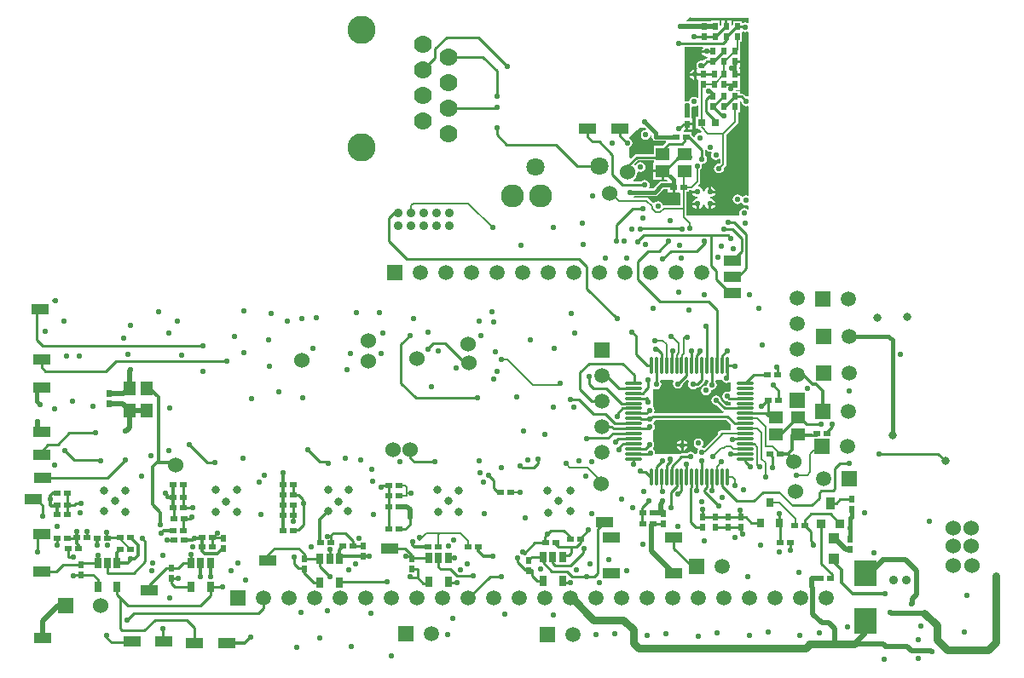
<source format=gbl>
%FSLAX24Y24*%
%MOIN*%
G70*
G01*
G75*
G04 Layer_Physical_Order=6*
G04 Layer_Color=48896*
%ADD10R,0.0250X0.0200*%
%ADD11R,0.0362X0.0984*%
%ADD12R,0.0276X0.0394*%
%ADD13R,0.0689X0.1181*%
%ADD14R,0.0984X0.0866*%
%ADD15R,0.0200X0.0250*%
%ADD16R,0.0276X0.0394*%
%ADD17R,0.0315X0.0315*%
%ADD18R,0.0669X0.0492*%
%ADD19R,0.0300X0.0300*%
%ADD20R,0.0906X0.0906*%
%ADD21R,0.0600X0.0600*%
%ADD22R,0.0472X0.0354*%
%ADD23R,0.0472X0.0354*%
%ADD24R,0.0315X0.0315*%
%ADD25R,0.0236X0.0472*%
%ADD26O,0.0315X0.0098*%
%ADD27O,0.0098X0.0315*%
%ADD28O,0.0276X0.0098*%
%ADD29O,0.0098X0.0276*%
%ADD30R,0.1299X0.1299*%
%ADD31R,0.0750X0.0400*%
%ADD32R,0.1358X0.1358*%
%ADD33O,0.0984X0.0276*%
%ADD34C,0.0120*%
%ADD35C,0.0100*%
%ADD36C,0.0080*%
%ADD37C,0.0150*%
%ADD38C,0.0300*%
%ADD39C,0.0200*%
%ADD40C,0.0276*%
%ADD41C,0.0600*%
%ADD42C,0.0220*%
%ADD43C,0.0350*%
%ADD44C,0.0700*%
%ADD45C,0.1100*%
%ADD46R,0.0591X0.0591*%
%ADD47C,0.0591*%
%ADD48C,0.0320*%
%ADD49C,0.0354*%
%ADD50R,0.0591X0.0591*%
%ADD51R,0.0600X0.0600*%
%ADD52C,0.0710*%
%ADD53C,0.0900*%
%ADD54C,0.0400*%
G04:AMPARAMS|DCode=55|XSize=42mil|YSize=42mil|CornerRadius=0mil|HoleSize=0mil|Usage=FLASHONLY|Rotation=0.000|XOffset=0mil|YOffset=0mil|HoleType=Round|Shape=Relief|Width=5mil|Gap=5mil|Entries=4|*
%AMTHD55*
7,0,0,0.0420,0.0320,0.0050,45*
%
%ADD55THD55*%
%ADD56C,0.0420*%
%ADD57C,0.0500*%
%ADD58C,0.1400*%
%ADD59C,0.0654*%
%ADD60C,0.0497*%
G04:AMPARAMS|DCode=61|XSize=49.685mil|YSize=49.685mil|CornerRadius=0mil|HoleSize=0mil|Usage=FLASHONLY|Rotation=0.000|XOffset=0mil|YOffset=0mil|HoleType=Round|Shape=Relief|Width=5mil|Gap=5mil|Entries=4|*
%AMTHD61*
7,0,0,0.0497,0.0397,0.0050,45*
%
%ADD61THD61*%
G04:AMPARAMS|DCode=62|XSize=65.433mil|YSize=65.433mil|CornerRadius=0mil|HoleSize=0mil|Usage=FLASHONLY|Rotation=0.000|XOffset=0mil|YOffset=0mil|HoleType=Round|Shape=Relief|Width=5mil|Gap=5mil|Entries=4|*
%AMTHD62*
7,0,0,0.0654,0.0554,0.0050,45*
%
%ADD62THD62*%
G04:AMPARAMS|DCode=63|XSize=60mil|YSize=60mil|CornerRadius=0mil|HoleSize=0mil|Usage=FLASHONLY|Rotation=0.000|XOffset=0mil|YOffset=0mil|HoleType=Round|Shape=Relief|Width=5mil|Gap=5mil|Entries=4|*
%AMTHD63*
7,0,0,0.0600,0.0500,0.0050,45*
%
%ADD63THD63*%
%ADD64C,0.0770*%
%ADD65C,0.0480*%
%ADD66C,0.0090*%
G04:AMPARAMS|DCode=67|XSize=50mil|YSize=50mil|CornerRadius=0mil|HoleSize=0mil|Usage=FLASHONLY|Rotation=0.000|XOffset=0mil|YOffset=0mil|HoleType=Round|Shape=Relief|Width=5mil|Gap=5mil|Entries=4|*
%AMTHD67*
7,0,0,0.0500,0.0400,0.0050,45*
%
%ADD67THD67*%
G04:AMPARAMS|DCode=68|XSize=48mil|YSize=48mil|CornerRadius=0mil|HoleSize=0mil|Usage=FLASHONLY|Rotation=0.000|XOffset=0mil|YOffset=0mil|HoleType=Round|Shape=Relief|Width=5mil|Gap=5mil|Entries=4|*
%AMTHD68*
7,0,0,0.0480,0.0380,0.0050,45*
%
%ADD68THD68*%
%ADD69R,0.0709X0.0394*%
%ADD70R,0.0472X0.0551*%
%ADD71R,0.0394X0.0394*%
%ADD72R,0.0866X0.0984*%
%ADD73R,0.0551X0.0472*%
%ADD74O,0.0709X0.0118*%
%ADD75O,0.0118X0.0709*%
%ADD76R,0.0360X0.0360*%
%ADD77R,0.0360X0.0500*%
%ADD78R,0.0315X0.0354*%
%ADD79R,0.0300X0.0300*%
%ADD80R,0.0709X0.0433*%
G36*
X25395Y20037D02*
D01*
Y20037D01*
X25376Y20018D01*
X25373D01*
Y19732D01*
X25749D01*
Y19682D01*
X25799D01*
Y19345D01*
X25917D01*
X25944Y19304D01*
X25937Y19286D01*
X25716D01*
X25716Y19286D01*
X25656Y19274D01*
X25606Y19240D01*
X25606Y19240D01*
X25377Y19011D01*
X25231D01*
X25207Y19055D01*
X25218Y19072D01*
X25233Y19145D01*
X25218Y19219D01*
X25177Y19281D01*
X25115Y19322D01*
X25041Y19337D01*
X24968Y19322D01*
X24906Y19281D01*
X24902Y19276D01*
X24601D01*
X24585Y19323D01*
X24641Y19366D01*
X24701Y19445D01*
X24740Y19537D01*
X24753Y19635D01*
X24751Y19649D01*
X24793Y19676D01*
X24809Y19665D01*
X24882Y19651D01*
X24955Y19665D01*
X25017Y19707D01*
X25059Y19769D01*
X25074Y19843D01*
X25059Y19916D01*
X25017Y19978D01*
X24955Y20020D01*
X24882Y20034D01*
X24809Y20020D01*
X24746Y19978D01*
X24705Y19916D01*
X24702Y19900D01*
X24678Y19895D01*
X24638Y19925D01*
X24636Y19956D01*
X24775Y20095D01*
X25395D01*
Y20037D01*
D02*
G37*
G36*
X25087Y21331D02*
X25079Y21291D01*
X25006Y21276D01*
X24944Y21234D01*
X24902Y21172D01*
X24888Y21099D01*
X24902Y21026D01*
X24944Y20963D01*
X25006Y20922D01*
X25079Y20907D01*
X25153Y20922D01*
X25215Y20963D01*
X25256Y21026D01*
X25267Y21077D01*
X25316Y21072D01*
Y21020D01*
X25328Y20960D01*
X25362Y20910D01*
X25413Y20876D01*
X25472Y20864D01*
X25855D01*
X25874Y20818D01*
X25721Y20665D01*
X25395D01*
Y20356D01*
X24721D01*
X24671Y20346D01*
X24629Y20318D01*
X24495Y20184D01*
X24449Y20203D01*
Y20614D01*
X24506Y20652D01*
X24547Y20714D01*
X24562Y20787D01*
X24547Y20861D01*
X24506Y20923D01*
X24449Y20961D01*
Y21020D01*
X24731Y21267D01*
X24849Y21369D01*
X25056D01*
X25087Y21331D01*
D02*
G37*
G36*
X28386Y9787D02*
Y9530D01*
X28026D01*
X27979Y9521D01*
X27940Y9495D01*
X27914Y9456D01*
X27905Y9410D01*
X27911Y9380D01*
X27364Y8834D01*
X27357Y8838D01*
X27314Y8847D01*
X27284Y8891D01*
X27282Y8896D01*
X27323Y8957D01*
X27338Y9030D01*
X27323Y9104D01*
X27282Y9166D01*
X27220Y9207D01*
X27146Y9222D01*
X27073Y9207D01*
X27011Y9166D01*
X26969Y9104D01*
X26955Y9030D01*
X26969Y8957D01*
X27011Y8895D01*
X27073Y8853D01*
X27116Y8845D01*
X27145Y8801D01*
X27147Y8796D01*
X27106Y8735D01*
X27092Y8661D01*
X27092Y8661D01*
X27060Y8622D01*
X26969D01*
X26957Y8641D01*
X26895Y8682D01*
X26821Y8697D01*
X26748Y8682D01*
X26686Y8641D01*
X26682Y8636D01*
X26471D01*
X26421Y8626D01*
X26416Y8622D01*
X25470D01*
X25443Y8655D01*
X25428Y8729D01*
X25387Y8791D01*
X25373Y8800D01*
X25363Y8849D01*
X25398Y8902D01*
X25413Y8975D01*
X25398Y9049D01*
X25357Y9111D01*
X25354Y9112D01*
Y9515D01*
X25377Y9530D01*
X25418Y9592D01*
X25433Y9665D01*
X25418Y9739D01*
X25377Y9801D01*
X25393Y9824D01*
X25393Y9824D01*
X25439Y9893D01*
X25452Y9959D01*
X28214D01*
X28386Y9787D01*
D02*
G37*
G36*
X28106Y11440D02*
X28168Y11398D01*
X28241Y11384D01*
X28315Y11398D01*
X28342Y11416D01*
X28386Y11393D01*
Y11064D01*
X28345Y11042D01*
X28271Y11057D01*
X28198Y11042D01*
X28136Y11001D01*
X28094Y10939D01*
X28080Y10865D01*
X28094Y10792D01*
X28136Y10730D01*
X28198Y10688D01*
X28271Y10674D01*
X28285Y10676D01*
X28299Y10667D01*
X28349Y10657D01*
X28386D01*
Y10524D01*
X28207D01*
X28022Y10709D01*
X28023Y10715D01*
X28008Y10789D01*
X27967Y10851D01*
X27905Y10892D01*
X27831Y10907D01*
X27758Y10892D01*
X27696Y10851D01*
X27654Y10789D01*
X27640Y10715D01*
X27654Y10642D01*
X27696Y10580D01*
X27758Y10538D01*
X27831Y10524D01*
X27837Y10525D01*
X28060Y10302D01*
X28103Y10273D01*
X28120Y10270D01*
X28115Y10220D01*
X25441D01*
X25410Y10259D01*
X25423Y10325D01*
X25408Y10399D01*
X25367Y10461D01*
X25354Y10469D01*
Y11151D01*
X25398Y11175D01*
X25423Y11158D01*
X25497Y11144D01*
X25570Y11158D01*
X25632Y11200D01*
X25674Y11262D01*
X25688Y11335D01*
X25674Y11409D01*
X25645Y11452D01*
X25668Y11496D01*
X26146D01*
X26170Y11452D01*
X26154Y11429D01*
X26140Y11355D01*
X26154Y11282D01*
X26196Y11220D01*
X26258Y11178D01*
X26331Y11164D01*
X26405Y11178D01*
X26467Y11220D01*
X26508Y11282D01*
X26522Y11352D01*
X26667Y11496D01*
X26750D01*
X26773Y11452D01*
X26744Y11409D01*
X26730Y11335D01*
X26744Y11262D01*
X26786Y11200D01*
X26848Y11158D01*
X26921Y11144D01*
X26995Y11158D01*
X27057Y11200D01*
X27060Y11205D01*
X27091D01*
X27141Y11215D01*
X27184Y11243D01*
X27364Y11423D01*
X27392Y11465D01*
X27398Y11496D01*
X27495D01*
X27526Y11451D01*
X27484Y11389D01*
X27470Y11315D01*
X27441Y11287D01*
X27368Y11272D01*
X27306Y11231D01*
X27264Y11169D01*
X27250Y11095D01*
X27264Y11022D01*
X27306Y10960D01*
X27368Y10918D01*
X27441Y10904D01*
X27515Y10918D01*
X27577Y10960D01*
X27618Y11022D01*
X27633Y11095D01*
X27661Y11124D01*
X27735Y11138D01*
X27797Y11180D01*
X27838Y11242D01*
X27853Y11315D01*
X27838Y11389D01*
X27797Y11451D01*
X27827Y11496D01*
X28068D01*
X28106Y11440D01*
D02*
G37*
G36*
X26221Y18855D02*
X26396D01*
Y18855D01*
X26407D01*
X26442Y18820D01*
Y18346D01*
X25792D01*
X25772Y18342D01*
X25730Y18369D01*
X25728Y18380D01*
X25687Y18443D01*
X25625Y18484D01*
X25551Y18499D01*
X25478Y18484D01*
X25416Y18443D01*
X25413Y18438D01*
X25363Y18434D01*
X25186Y18610D01*
X25147Y18636D01*
X25140Y18638D01*
X25101Y18646D01*
X24602D01*
X24597Y18659D01*
X24627Y18699D01*
X25441D01*
X25441Y18699D01*
X25501Y18711D01*
X25552Y18745D01*
X25781Y18974D01*
X25946D01*
Y18855D01*
X26121D01*
Y19055D01*
X26221D01*
Y18855D01*
D02*
G37*
G36*
X28824Y22342D02*
X28866Y22280D01*
X28928Y22238D01*
X29001Y22224D01*
X29073Y22238D01*
X29111Y22206D01*
Y18744D01*
X29073Y18713D01*
X29001Y18727D01*
X28928Y18712D01*
X28866Y18671D01*
X28821Y18701D01*
X28810Y18716D01*
X28748Y18758D01*
X28675Y18772D01*
X28602Y18758D01*
X28539Y18716D01*
X28498Y18654D01*
X28483Y18581D01*
X28498Y18507D01*
X28539Y18445D01*
X28602Y18404D01*
X28675Y18389D01*
X28748Y18404D01*
X28810Y18445D01*
X28856Y18415D01*
X28866Y18400D01*
X28928Y18358D01*
X29001Y18344D01*
X29073Y18358D01*
X29111Y18326D01*
Y18175D01*
X29064Y18161D01*
X29057Y18171D01*
X28995Y18212D01*
X28921Y18227D01*
X28848Y18212D01*
X28786Y18171D01*
X28744Y18109D01*
X28730Y18035D01*
X28738Y17991D01*
X28707Y17953D01*
X26683D01*
Y18225D01*
Y18877D01*
X26774D01*
Y18931D01*
X26871D01*
X26877Y18924D01*
X27113D01*
Y18824D01*
X26909D01*
X26916Y18792D01*
X26962Y18723D01*
X27032Y18676D01*
X27099Y18663D01*
Y18613D01*
X27032Y18599D01*
X26962Y18553D01*
X26916Y18484D01*
X26909Y18452D01*
X27113D01*
Y18402D01*
X27163D01*
Y18197D01*
X27195Y18204D01*
X27265Y18250D01*
X27311Y18320D01*
X27325Y18387D01*
X27375D01*
X27388Y18320D01*
X27434Y18250D01*
X27504Y18204D01*
X27536Y18197D01*
Y18402D01*
X27586D01*
Y18452D01*
X27790D01*
X27784Y18484D01*
X27737Y18553D01*
X27668Y18599D01*
X27600Y18613D01*
Y18663D01*
X27668Y18676D01*
X27737Y18723D01*
X27784Y18792D01*
X27790Y18824D01*
X27586D01*
Y18874D01*
X27536D01*
Y19078D01*
X27504Y19072D01*
X27434Y19025D01*
X27388Y18956D01*
X27375Y18889D01*
X27325D01*
X27311Y18956D01*
X27265Y19025D01*
X27195Y19072D01*
X27141Y19083D01*
X27127Y19131D01*
X27176Y19180D01*
X27202Y19219D01*
X27204Y19227D01*
X27212Y19265D01*
Y19740D01*
X27227Y19750D01*
X27268Y19812D01*
X27283Y19885D01*
X27275Y19926D01*
X27303Y19968D01*
X27355Y19978D01*
X27417Y20020D01*
X27458Y20082D01*
X27473Y20155D01*
X27458Y20229D01*
X27417Y20291D01*
X27412Y20294D01*
Y20499D01*
X27460Y20514D01*
X27476Y20490D01*
X27538Y20448D01*
X27611Y20434D01*
X27627Y20437D01*
X27655Y20395D01*
X27644Y20379D01*
X27630Y20305D01*
X27644Y20232D01*
X27686Y20170D01*
X27748Y20128D01*
X27821Y20114D01*
X27895Y20128D01*
X27946Y20163D01*
X27991Y20139D01*
Y20007D01*
X27952Y19975D01*
X27941Y19977D01*
X27868Y19962D01*
X27806Y19921D01*
X27764Y19859D01*
X27750Y19785D01*
X27764Y19712D01*
X27806Y19650D01*
X27868Y19608D01*
X27941Y19594D01*
X28015Y19608D01*
X28077Y19650D01*
X28118Y19712D01*
X28133Y19785D01*
X28129Y19803D01*
X28196Y19870D01*
X28222Y19909D01*
X28224Y19916D01*
X28231Y19955D01*
Y21092D01*
X28668Y21529D01*
X28686Y21555D01*
X28694Y21568D01*
X28704Y21614D01*
Y21992D01*
X28761D01*
Y22392D01*
Y22403D01*
X28811Y22408D01*
X28824Y22342D01*
D02*
G37*
G36*
X26872Y25673D02*
X29111D01*
Y25501D01*
X29067Y25477D01*
X29050Y25489D01*
X28977Y25503D01*
X28904Y25489D01*
X28893Y25481D01*
X28840D01*
Y25554D01*
X28484D01*
Y25416D01*
X28442Y25388D01*
X28429Y25394D01*
Y25582D01*
X28279D01*
Y25357D01*
X28179D01*
Y25582D01*
X28029D01*
Y25401D01*
X27987Y25373D01*
X27974Y25379D01*
Y25560D01*
X27618D01*
Y25532D01*
X27541D01*
Y25554D01*
X27185D01*
Y25532D01*
X26700D01*
X26683Y25579D01*
X26831Y25709D01*
X26872Y25673D01*
D02*
G37*
G36*
X27322Y24507D02*
X27283Y24449D01*
X27277Y24417D01*
X27481D01*
Y24317D01*
X27277D01*
X27283Y24285D01*
X27330Y24215D01*
X27399Y24169D01*
X27481Y24153D01*
D01*
X27513Y24143D01*
X27506Y24121D01*
X27482Y24097D01*
X27475D01*
X27425Y24087D01*
X27382Y24059D01*
X27316Y23993D01*
X27245Y24007D01*
X27171Y23992D01*
X27109Y23951D01*
X27068Y23889D01*
X27053Y23815D01*
X27068Y23742D01*
X27092Y23706D01*
X27064Y23664D01*
X27058Y23665D01*
Y23461D01*
Y23257D01*
X27090Y23263D01*
X27123Y23246D01*
Y23242D01*
X27145D01*
Y23049D01*
X27140Y23041D01*
X27139Y23034D01*
X27131Y22995D01*
Y22569D01*
X27087Y22546D01*
X27042Y22575D01*
X26969Y22590D01*
X26896Y22575D01*
X26834Y22534D01*
X26792Y22471D01*
X26788Y22450D01*
X26746Y22422D01*
X26694Y22432D01*
X26628Y22419D01*
X26590Y22451D01*
Y24551D01*
X27299D01*
X27322Y24507D01*
D02*
G37*
G36*
X27131Y22227D02*
Y21803D01*
X27023D01*
Y21347D01*
X27149D01*
X27166Y21322D01*
X27255Y21234D01*
X27231Y21190D01*
X27205Y21195D01*
X27123Y21179D01*
X27054Y21132D01*
X27008Y21063D01*
X27002Y21037D01*
X26955Y21022D01*
X26865Y21112D01*
X26857Y21117D01*
Y21198D01*
X26593D01*
X26569Y21242D01*
X26576Y21253D01*
X26586Y21301D01*
X26644D01*
Y21526D01*
X26694D01*
Y21576D01*
X26894D01*
Y21751D01*
X26872D01*
Y21908D01*
X26875Y21926D01*
Y22186D01*
X26914Y22217D01*
X26969Y22206D01*
X27042Y22221D01*
X27087Y22251D01*
X27131Y22227D01*
D02*
G37*
G36*
X28904Y25134D02*
X28977Y25120D01*
X29050Y25134D01*
X29067Y25146D01*
X29111Y25122D01*
Y22624D01*
X29073Y22593D01*
X29001Y22607D01*
X28995Y22606D01*
X28914Y22687D01*
X28872Y22716D01*
X28822Y22725D01*
X28761D01*
Y22798D01*
X28585D01*
X28576Y22815D01*
X28602Y22858D01*
X28761D01*
Y23236D01*
X28783D01*
Y23411D01*
X28583D01*
Y23511D01*
X28783D01*
Y23686D01*
X28724D01*
Y23697D01*
Y23742D01*
X28783D01*
Y23917D01*
X28583D01*
Y24017D01*
X28783D01*
Y24192D01*
X28761D01*
Y24382D01*
X28773Y24399D01*
X28775Y24407D01*
X28782Y24445D01*
Y24748D01*
X28840D01*
Y25124D01*
X28884Y25147D01*
X28904Y25134D01*
D02*
G37*
%LPC*%
G36*
X26551Y9159D02*
Y9005D01*
X26705D01*
X26699Y9037D01*
X26653Y9107D01*
X26583Y9153D01*
X26551Y9159D01*
D02*
G37*
G36*
X26705Y8905D02*
X26551D01*
Y8751D01*
X26583Y8757D01*
X26653Y8804D01*
X26699Y8873D01*
X26705Y8905D01*
D02*
G37*
G36*
X26451D02*
X26297D01*
X26303Y8873D01*
X26350Y8804D01*
X26419Y8757D01*
X26451Y8751D01*
Y8905D01*
D02*
G37*
G36*
Y9159D02*
X26419Y9153D01*
X26350Y9107D01*
X26303Y9037D01*
X26297Y9005D01*
X26451D01*
Y9159D01*
D02*
G37*
G36*
X27063Y18352D02*
X26909D01*
X26916Y18320D01*
X26962Y18250D01*
X27032Y18204D01*
X27063Y18197D01*
Y18352D01*
D02*
G37*
G36*
X26894Y21476D02*
X26744D01*
Y21301D01*
X26894D01*
Y21476D01*
D02*
G37*
G36*
X26958Y23411D02*
X26804D01*
X26811Y23379D01*
X26857Y23310D01*
X26927Y23263D01*
X26958Y23257D01*
Y23411D01*
D02*
G37*
G36*
Y23665D02*
X26927Y23659D01*
X26857Y23612D01*
X26811Y23543D01*
X26804Y23511D01*
X26958D01*
Y23665D01*
D02*
G37*
G36*
X27790Y18352D02*
X27636D01*
Y18197D01*
X27668Y18204D01*
X27737Y18250D01*
X27784Y18320D01*
X27790Y18352D01*
D02*
G37*
G36*
X27636Y19078D02*
Y18924D01*
X27790D01*
X27784Y18956D01*
X27737Y19025D01*
X27668Y19072D01*
X27636Y19078D01*
D02*
G37*
G36*
X25699Y19632D02*
X25373D01*
Y19345D01*
X25699D01*
Y19632D01*
D02*
G37*
%LPD*%
D10*
X12351Y5155D02*
D03*
X12751Y5155D02*
D03*
X11301Y5625D02*
D03*
X10901D02*
D03*
X7731Y5335D02*
D03*
X8131D02*
D03*
X13231Y4995D02*
D03*
X13631D02*
D03*
X10911Y6205D02*
D03*
X11311D02*
D03*
X10901Y6605D02*
D03*
X11301D02*
D03*
X10901Y7015D02*
D03*
X11301D02*
D03*
X10901Y7415D02*
D03*
X11301D02*
D03*
X7731Y4965D02*
D03*
X8131D02*
D03*
X6611Y5615D02*
D03*
X7011D02*
D03*
X6621Y6065D02*
D03*
X7021D02*
D03*
X6611Y6505D02*
D03*
X7011D02*
D03*
X6611Y7425D02*
D03*
X7011D02*
D03*
X6611Y6915D02*
D03*
X7011D02*
D03*
X2821Y5335D02*
D03*
X3221D02*
D03*
X2071Y6595D02*
D03*
X2471D02*
D03*
X2901Y4905D02*
D03*
X2501D02*
D03*
X2071Y7085D02*
D03*
X2471D02*
D03*
X2061Y6255D02*
D03*
X2461D02*
D03*
X3641Y5325D02*
D03*
X4041D02*
D03*
X4941Y5335D02*
D03*
X4541D02*
D03*
X4531Y4875D02*
D03*
X4931D02*
D03*
X16581Y4985D02*
D03*
X16981D02*
D03*
X18521Y4965D02*
D03*
X18121D02*
D03*
X30231Y11715D02*
D03*
X29831D02*
D03*
X25361Y6299D02*
D03*
X24961D02*
D03*
X32172Y9409D02*
D03*
X31772D02*
D03*
X30891Y5815D02*
D03*
X31291D02*
D03*
X25354Y5866D02*
D03*
X24954D02*
D03*
X32301Y3735D02*
D03*
X31901D02*
D03*
X29921Y8605D02*
D03*
X30321D02*
D03*
X30261Y10695D02*
D03*
X29861D02*
D03*
X7021Y5255D02*
D03*
X6621D02*
D03*
X2081Y5325D02*
D03*
X2481D02*
D03*
X26171Y19055D02*
D03*
X26571D02*
D03*
X26254Y21020D02*
D03*
X26654D02*
D03*
X30321Y5135D02*
D03*
X30721D02*
D03*
X15041Y6555D02*
D03*
X15441D02*
D03*
X15031Y5675D02*
D03*
X15431D02*
D03*
X15041Y6965D02*
D03*
X15441D02*
D03*
X15031Y7385D02*
D03*
X15431D02*
D03*
X19401Y7115D02*
D03*
X19801D02*
D03*
X21562Y5146D02*
D03*
X21162D02*
D03*
X22521Y5265D02*
D03*
X22121D02*
D03*
D12*
X12347Y4525D02*
D03*
X12721D02*
D03*
X13095D02*
D03*
X12347Y3580D02*
D03*
X13095D02*
D03*
X7307Y4345D02*
D03*
X7681D02*
D03*
X8055D02*
D03*
X7307Y3400D02*
D03*
X8055Y3400D02*
D03*
X3653Y4340D02*
D03*
X4027D02*
D03*
X4401D02*
D03*
X3653Y3395D02*
D03*
X4401D02*
D03*
X21071Y4590D02*
D03*
X21445Y4590D02*
D03*
X21819D02*
D03*
X21071Y3645D02*
D03*
X21819D02*
D03*
X16607Y4545D02*
D03*
X16981D02*
D03*
X17355D02*
D03*
X16607Y3600D02*
D03*
X17355D02*
D03*
D15*
X27301Y6145D02*
D03*
Y5745D02*
D03*
X20511Y4055D02*
D03*
Y4455D02*
D03*
X28791Y5735D02*
D03*
Y6135D02*
D03*
X11721Y4115D02*
D03*
Y4515D02*
D03*
X6541Y3735D02*
D03*
Y4135D02*
D03*
X3001Y3885D02*
D03*
Y4285D02*
D03*
X14041Y4595D02*
D03*
Y4995D02*
D03*
X8581Y4905D02*
D03*
Y5305D02*
D03*
X33071Y4875D02*
D03*
Y5275D02*
D03*
X33121Y6445D02*
D03*
Y6845D02*
D03*
X25775Y6279D02*
D03*
Y5879D02*
D03*
X28291Y5745D02*
D03*
Y6145D02*
D03*
X27717Y24367D02*
D03*
Y23967D02*
D03*
X27363Y24951D02*
D03*
Y25351D02*
D03*
X28150Y23061D02*
D03*
Y23461D02*
D03*
X27717Y22201D02*
D03*
Y22601D02*
D03*
X28583Y22595D02*
D03*
Y22195D02*
D03*
X28150Y22595D02*
D03*
Y22195D02*
D03*
X27323Y23467D02*
D03*
Y23067D02*
D03*
X27757Y23467D02*
D03*
Y23067D02*
D03*
X27811Y6145D02*
D03*
Y5745D02*
D03*
X4094Y10584D02*
D03*
Y10984D02*
D03*
X28150Y24367D02*
D03*
Y23967D02*
D03*
X28583D02*
D03*
Y24367D02*
D03*
X28662Y25351D02*
D03*
Y24951D02*
D03*
X28229Y25357D02*
D03*
Y24957D02*
D03*
X27796D02*
D03*
Y25357D02*
D03*
X28583Y23461D02*
D03*
Y23061D02*
D03*
X15941Y4125D02*
D03*
Y4525D02*
D03*
X26694Y21526D02*
D03*
Y21926D02*
D03*
D34*
X5236Y4646D02*
Y5040D01*
X5106Y4515D02*
X5236Y4646D01*
X4931Y4515D02*
X5106D01*
X4941Y5335D02*
X5236Y5040D01*
X8701Y1220D02*
X9409D01*
X9646Y1457D01*
Y1457D01*
X5665Y11191D02*
X6024Y10833D01*
Y8332D02*
Y10833D01*
X5791Y8099D02*
X6024Y8332D01*
X12677Y6339D02*
Y6378D01*
X12638Y6299D02*
X12677Y6339D01*
X12595Y6299D02*
X12638D01*
X12341Y6045D02*
X12595Y6299D01*
X28390Y23701D02*
X28425D01*
X28386Y23697D02*
X28390Y23701D01*
X6595Y8287D02*
X6693Y8189D01*
X5979Y8287D02*
X6595D01*
X32442Y4367D02*
X32729Y4079D01*
Y3567D02*
Y4079D01*
X1941Y14605D02*
X2001D01*
X6222Y5615D02*
X6611D01*
X6121Y5525D02*
X6132D01*
X6222Y5615D01*
X3621Y5055D02*
X3641Y5075D01*
Y5325D01*
X6311Y7075D02*
X6371Y7015D01*
Y6915D02*
Y7015D01*
Y6915D02*
X6611D01*
X23541Y11685D02*
X24045Y11181D01*
X23361Y11685D02*
X23541D01*
X30631Y8605D02*
X30881Y8355D01*
Y8305D02*
Y8355D01*
X25431Y13035D02*
X25441Y13045D01*
X30811Y8785D02*
Y9346D01*
X30321Y8605D02*
Y8625D01*
Y8605D02*
X30631D01*
X30811Y8785D01*
X2801Y5315D02*
X2811Y5325D01*
X13055Y4595D02*
X13931D01*
X14271D02*
X14281Y4605D01*
X14041Y4595D02*
X14271D01*
X12341Y5165D02*
Y6045D01*
X13095Y4859D02*
X13231Y4995D01*
X13055Y4595D02*
X13095Y4859D01*
X10901Y6195D02*
X10911Y6205D01*
X10901Y5625D02*
Y6195D01*
X10901Y6215D02*
X10911Y6205D01*
X10901Y6215D02*
Y6605D01*
Y7015D01*
Y7415D01*
X10901Y7875D02*
X10901Y7875D01*
Y7415D02*
Y7875D01*
X8531Y4905D02*
X8581D01*
X8341Y4715D02*
X8531Y4905D01*
X7831Y4715D02*
X8341D01*
X7731Y4815D02*
X7831Y4715D01*
X7731Y4815D02*
Y4965D01*
X7351Y5255D02*
X7421Y5325D01*
X7021Y5255D02*
X7351D01*
X1791Y6835D02*
X1801Y6845D01*
X1791Y6625D02*
Y6835D01*
Y6625D02*
X1831Y6585D01*
X2061D01*
Y6255D02*
Y6585D01*
Y7075D02*
X2071Y7065D01*
X1801Y6845D02*
Y6975D01*
X1911Y7085D01*
X2071D01*
X10351Y12035D02*
Y12045D01*
X7681Y3805D02*
Y4345D01*
X7421Y5325D02*
X7721D01*
X7731Y5335D01*
Y4965D02*
Y5335D01*
X8051Y3805D02*
X8055Y3809D01*
Y4345D01*
X6611Y6505D02*
Y6915D01*
Y7425D01*
X4931Y4445D02*
Y4515D01*
X4826Y4340D02*
X4931Y4445D01*
X4401Y4340D02*
X4826D01*
X2901Y4905D02*
Y5035D01*
X2821Y5115D02*
X2901Y5035D01*
X2821Y5115D02*
Y5335D01*
Y5565D01*
X2061Y6585D02*
X2071Y6595D01*
X4531Y4865D02*
Y4875D01*
X4401Y4735D02*
X4531Y4865D01*
X4401Y4340D02*
Y4735D01*
X5561Y11191D02*
X5665D01*
X5791Y6635D02*
Y8099D01*
Y6635D02*
X6101Y6325D01*
Y5845D02*
Y6325D01*
X16031Y4985D02*
X16581D01*
X15981Y5035D02*
Y5185D01*
Y5035D02*
X16031Y4985D01*
X18521Y4815D02*
Y4965D01*
Y4815D02*
X18731Y4605D01*
X19101D01*
X28386Y23697D02*
X28583D01*
Y23967D01*
X32729Y3567D02*
X33151Y3145D01*
X34441D01*
X26321Y20175D02*
X26741D01*
X28583Y23461D02*
Y23697D01*
X30984Y11709D02*
X31229D01*
X31595Y11342D01*
X31729D01*
X32008Y11063D01*
Y10394D02*
Y11063D01*
X30911Y9335D02*
X31580D01*
D35*
X25165Y16543D02*
X25591D01*
X24764Y16142D02*
X25165Y16543D01*
X25241Y9975D02*
X25356Y10090D01*
X28268D01*
X25367Y5879D02*
X25775D01*
X28465Y15551D02*
X28701D01*
X28465Y16181D02*
X28819Y16535D01*
X27544Y14567D02*
X27859Y14252D01*
X25630Y14567D02*
X27544D01*
X24764Y15433D02*
X25630Y14567D01*
X27859Y12087D02*
Y14252D01*
X24764Y15433D02*
Y16142D01*
X25591Y16543D02*
X25977Y16930D01*
X18941Y7765D02*
X19134Y7573D01*
Y7273D02*
Y7573D01*
Y7273D02*
X19291Y7115D01*
X20709Y8071D02*
X20878Y8240D01*
X20252Y8071D02*
X20709D01*
X20176Y8147D02*
X20252Y8071D01*
X20878Y8240D02*
Y8394D01*
X22864Y12155D02*
X24181D01*
X22501Y11793D02*
X22864Y12155D01*
X22501Y11145D02*
Y11793D01*
X22621Y4747D02*
Y4865D01*
X22119Y4245D02*
X22621Y4747D01*
X21541Y4245D02*
X22119D01*
X18012Y12185D02*
X18151D01*
X17244Y12953D02*
X18012Y12185D01*
X16772Y12953D02*
X17244D01*
X16571Y12752D02*
X16772Y12953D01*
X16571Y12725D02*
Y12752D01*
X1614Y11850D02*
X3976D01*
X1457Y12008D02*
X1614Y11850D01*
X1457Y12008D02*
Y12323D01*
X3976Y11850D02*
X4361Y12235D01*
X5401Y5295D02*
X5512Y5185D01*
Y4396D02*
Y5185D01*
X5075Y3959D02*
X5512Y4396D01*
X11513Y4135D02*
X11695D01*
X11331Y4317D02*
X11513Y4135D01*
X11331Y4317D02*
Y4575D01*
X11695Y3991D02*
Y4135D01*
Y3991D02*
X12106Y3580D01*
X11721Y4515D02*
Y4696D01*
X11496Y4921D02*
X11721Y4696D01*
X10551Y4921D02*
X11496D01*
X10315Y4685D02*
X10551Y4921D01*
X10315Y4449D02*
Y4685D01*
X11721Y4515D02*
X11731Y4525D01*
X12347D01*
Y4209D02*
X12741Y3815D01*
X12347Y4209D02*
Y4525D01*
X30001Y8065D02*
X30041D01*
X22795Y21024D02*
Y21339D01*
Y21024D02*
X22992Y20827D01*
X23268D01*
X23780Y20315D01*
Y19528D02*
Y20315D01*
Y19528D02*
X24162Y19145D01*
X25041D01*
X24055Y21063D02*
Y21339D01*
Y21063D02*
X24331Y20787D01*
X24370D01*
X27638Y17172D02*
X28294D01*
X26603D02*
X27638D01*
X28268Y15000D02*
X28465Y14921D01*
X27835Y15433D02*
X28268Y15000D01*
X27835Y15433D02*
Y15787D01*
X27638Y15984D02*
X27835Y15787D01*
X27638Y15984D02*
Y17172D01*
X15039Y17835D02*
X15236Y18032D01*
X15039Y16929D02*
Y17835D01*
Y16929D02*
X15733Y16235D01*
X15236Y18032D02*
X15394D01*
X4528Y2969D02*
X4831Y2665D01*
X4401Y3095D02*
X4528Y2969D01*
X7441Y1220D02*
Y1811D01*
X7126Y2126D02*
X7441Y1811D01*
X5906Y2126D02*
X7126D01*
X5472Y1693D02*
X5906Y2126D01*
X4606Y1693D02*
X5472D01*
X4528Y1772D02*
X4606Y1693D01*
X4528Y1772D02*
Y2969D01*
X9918Y2362D02*
X10131Y2575D01*
X5068Y2362D02*
X9918D01*
X4801Y2095D02*
X5068Y2362D01*
X6191Y1289D02*
X6220Y1260D01*
X6191Y1289D02*
Y1772D01*
X4198Y1235D02*
X4901D01*
X4016Y1417D02*
X4198Y1235D01*
X4016Y1417D02*
Y1496D01*
X1291Y4764D02*
Y5472D01*
X1281Y6815D02*
X1496Y6600D01*
Y6181D02*
Y6600D01*
X1301Y7675D02*
X1303Y7677D01*
X4020D01*
X4725Y8382D01*
X1291Y8555D02*
X1712Y8976D01*
X2087D01*
X2546Y9435D01*
X3561D01*
X1299Y9646D02*
X1457Y9488D01*
X4361Y12235D02*
X8691D01*
X1261Y13069D02*
Y14235D01*
Y13069D02*
X1495Y12835D01*
X7771D01*
X36513Y8622D02*
X36788Y8346D01*
X34213Y8622D02*
X36513D01*
X26595Y17164D02*
X26603Y17172D01*
X26397Y17164D02*
X26595D01*
X26389Y17172D02*
X26397Y17164D01*
X25008Y17172D02*
X26389D01*
X26435Y17402D02*
X26496D01*
X26423Y17414D02*
X26435Y17402D01*
X20321Y4715D02*
X20741Y5135D01*
X20311Y4705D02*
X20321Y4715D01*
X20331Y4705D01*
X20741Y5135D02*
X21121D01*
X20276Y4761D02*
Y4764D01*
X24921Y6496D02*
X25197Y6772D01*
X25197D02*
X25197D01*
X22761Y3815D02*
X23067D01*
X15941Y4545D02*
Y4649D01*
X15669Y4921D02*
X15941Y4649D01*
X15079Y4921D02*
X15669D01*
X15941Y4545D02*
X16607D01*
X15941Y4525D02*
Y4545D01*
X6340Y4135D02*
X6541D01*
X5669Y3465D02*
X6340Y4135D01*
X5669Y3268D02*
Y3465D01*
X1457Y4016D02*
X2047D01*
X2317Y4285D01*
X3001D01*
X19253Y22595D02*
Y23619D01*
X18716Y24155D02*
X19253Y23619D01*
X17361Y24155D02*
X18716D01*
X18549Y24918D02*
X19681Y23785D01*
X17284Y24918D02*
X18549D01*
X16829Y24463D02*
X17284Y24918D01*
X16829Y24123D02*
Y24463D01*
X16361Y23655D02*
X16829Y24123D01*
X32442Y4367D02*
Y4524D01*
X32363Y3797D02*
Y3894D01*
X31931Y4326D02*
X32363Y3894D01*
X31931Y4326D02*
Y5885D01*
X26641Y21020D02*
X26654D01*
X28465Y9213D02*
X28961D01*
X29294Y6768D02*
X29651Y7125D01*
X28628Y6768D02*
X29294D01*
X28056Y7341D02*
X28628Y6768D01*
X21876Y5626D02*
X22121Y5381D01*
X21382Y5626D02*
X21876D01*
X21231Y5475D02*
X21382Y5626D01*
X2071Y5315D02*
X2081Y5325D01*
X2071Y5035D02*
Y5315D01*
X23021Y10175D02*
X23505D01*
X22461Y10735D02*
X23021Y10175D01*
X22131Y10735D02*
X22461D01*
X22851Y11345D02*
Y11635D01*
X22961Y10685D02*
X23361D01*
X22501Y11145D02*
X22961Y10685D01*
X24551Y18195D02*
X24951D01*
X23921Y17565D02*
X24551Y18195D01*
X23921Y16945D02*
Y17565D01*
X22478Y16235D02*
X22771Y15942D01*
Y15085D02*
Y15942D01*
Y15085D02*
X23951Y13905D01*
X15511Y12895D02*
X15861Y13245D01*
X15511Y11385D02*
Y12895D01*
X16101Y10795D02*
X18511D01*
X15511Y11385D02*
X16101Y10795D01*
X21411Y4025D02*
X21999D01*
X21071Y4365D02*
X21411Y4025D01*
X21071Y4365D02*
Y4590D01*
X21521Y5125D02*
X21661Y4985D01*
X22181D01*
X6371Y5235D02*
X6391Y5255D01*
X6351D02*
X6371Y5235D01*
X6391Y5255D02*
X6621D01*
X21889Y3575D02*
X22131D01*
X21819Y3645D02*
X21889Y3575D01*
X19291Y7115D02*
X19401D01*
X25181Y11215D02*
Y11525D01*
X25074Y11108D02*
X25181Y11215D01*
X25161Y10635D02*
Y10745D01*
X25111Y10795D02*
X25161Y10745D01*
X27053Y16547D02*
X27391Y16885D01*
X26053Y16547D02*
X27053D01*
X24891Y17435D02*
X26481D01*
X24881Y17425D02*
X24891Y17435D01*
X32531Y6685D02*
X32681Y6835D01*
X32301Y6685D02*
X32531D01*
X31291Y5815D02*
X31541Y5565D01*
X32301Y6265D02*
X32681Y5885D01*
X31531Y6265D02*
X32301D01*
X31291Y6025D02*
X31531Y6265D01*
X31291Y5815D02*
Y6025D01*
X31641Y5045D02*
Y5095D01*
X31541Y5195D02*
X31641Y5095D01*
X31541Y5195D02*
Y5565D01*
X30721Y4855D02*
Y5135D01*
X25241Y9635D02*
Y9665D01*
X25212Y9606D02*
X25241Y9635D01*
X24591Y9606D02*
X25212D01*
X18131Y2965D02*
X18991Y3825D01*
X19431D01*
X26331Y11355D02*
X26341D01*
X26678Y11692D01*
Y12087D01*
X29611Y10485D02*
X29821Y10695D01*
X29861D01*
X29651Y7125D02*
X30291D01*
X28056Y7341D02*
Y7717D01*
X30321Y5135D02*
Y5913D01*
X29201Y5925D02*
X29561D01*
X28991Y6135D02*
X29201Y5925D01*
X28791Y6135D02*
X28991D01*
X30311Y5927D02*
Y6265D01*
X30231Y11715D02*
Y11985D01*
X30191Y12025D02*
X30231Y11985D01*
X26087Y12631D02*
X26111Y12655D01*
X26141D01*
X25694Y12087D02*
Y12553D01*
X25521Y12725D02*
X25694Y12553D01*
X28241Y12635D02*
X28261D01*
X28056Y12450D02*
X28241Y12635D01*
X28056Y12087D02*
Y12450D01*
X25451Y12725D02*
X25521D01*
X27191Y12635D02*
X27196Y12630D01*
Y12600D02*
Y12630D01*
X27071Y12476D02*
X27196Y12600D01*
X27071Y12087D02*
Y12476D01*
X26871Y12535D02*
Y12615D01*
X26851Y12635D02*
X26871Y12615D01*
X27271Y11515D02*
Y12084D01*
X27091Y11335D02*
X27271Y11515D01*
X26921Y11335D02*
X27091D01*
X28961Y11378D02*
X29299Y11715D01*
X29831D01*
X27421Y13625D02*
X27465Y13581D01*
Y12087D02*
Y13581D01*
X28500Y12087D02*
X28551Y12035D01*
X28253Y12087D02*
X28500D01*
X15733Y16235D02*
X22478D01*
X24541Y13385D02*
X24691Y13235D01*
X13110Y3595D02*
X14961D01*
X13095Y3580D02*
X13110Y3595D01*
X13331Y5515D02*
X13631Y5215D01*
X12851Y5515D02*
X13331D01*
X12741Y5405D02*
X12851Y5515D01*
X17355Y4545D02*
X17611D01*
X17601Y4555D02*
X17611Y4545D01*
X16981Y4185D02*
Y4545D01*
X15881Y3805D02*
X15921Y3765D01*
X16161D01*
X16562Y3555D02*
X16607Y3600D01*
X16371Y3555D02*
X16562D01*
X16161Y3765D02*
X16371Y3555D01*
X16161Y3765D02*
Y4125D01*
X15851Y5855D02*
Y6135D01*
X15671Y5675D02*
X15851Y5855D01*
X15431Y5675D02*
X15671D01*
X15031Y6545D02*
X15041Y6555D01*
X15031Y5675D02*
Y6545D01*
X14721Y7295D02*
X14811Y7385D01*
X15031D01*
X15041Y7375D01*
Y6965D02*
Y7375D01*
Y6555D02*
Y6965D01*
X11301Y7015D02*
Y7415D01*
X30051Y11295D02*
X30261Y11085D01*
X30051Y11295D02*
X30061Y11305D01*
X30261Y10695D02*
Y11085D01*
X28971Y9006D02*
X29334D01*
X28961Y9016D02*
X28971Y9006D01*
X4891Y11875D02*
X4931Y11915D01*
X28961Y8295D02*
Y8425D01*
Y8295D02*
X29161Y8095D01*
X2811Y5325D02*
X2821Y5335D01*
X2481Y5325D02*
X2811D01*
X23981Y8765D02*
X24041D01*
X23891Y9035D02*
Y9065D01*
Y9115D02*
X23989Y9213D01*
X24591D01*
X23981Y8765D02*
Y8795D01*
X24202Y9016D01*
X24591D01*
X24136Y10591D02*
X24591D01*
X23505Y10175D02*
X23877Y9803D01*
X24591D01*
X26087Y7717D02*
Y8121D01*
X25497Y7717D02*
Y8111D01*
X24591Y8622D02*
X25158D01*
X24591Y8819D02*
X25065D01*
X25221Y8975D01*
X25226Y9990D02*
X25241Y9975D01*
X24861Y9990D02*
X25226D01*
X25101Y10195D02*
X25231Y10325D01*
X25100Y10197D02*
X25101Y10195D01*
X24954Y10984D02*
X25074Y11104D01*
X24591Y10984D02*
X24954D01*
X25074Y11104D02*
Y11108D01*
X25111Y10785D02*
Y10795D01*
X25109Y10788D02*
X25111Y10785D01*
X24591Y10788D02*
X25109D01*
X23981Y10075D02*
X23993Y10087D01*
Y10215D01*
X24172Y10394D02*
X24591D01*
X23993Y10215D02*
X24172Y10394D01*
X17355Y3600D02*
X17380Y3575D01*
X17691D01*
X8055Y3400D02*
X8536D01*
X12721Y4525D02*
Y4865D01*
X12731D01*
X12741Y5405D02*
X12751Y5395D01*
Y5155D02*
Y5395D01*
X13631Y4995D02*
Y5215D01*
Y4995D02*
X14041D01*
X14041Y4995D01*
X12106Y3580D02*
X12347D01*
X11301Y5625D02*
X11331Y5655D01*
X11511D01*
X11691Y5835D01*
Y6665D01*
X11651Y6705D02*
X11691Y6665D01*
X11651Y6705D02*
Y6855D01*
X11491Y7015D02*
X11651Y6855D01*
X11301Y7015D02*
X11491D01*
X11311Y5985D02*
X11311Y5985D01*
X11311Y5985D02*
Y6205D01*
X11301Y6215D02*
X11311Y6205D01*
X11301Y6215D02*
Y6605D01*
X7011Y6075D02*
X7021Y6085D01*
X7011Y5615D02*
Y6075D01*
X7271Y6085D02*
X7341Y6155D01*
X7021Y6085D02*
X7271D01*
X6611Y6505D02*
X6621Y6495D01*
Y6085D02*
Y6495D01*
X28771Y6155D02*
Y6395D01*
Y6155D02*
X28781Y6145D01*
X28291D02*
X28781D01*
X27811D02*
X28291D01*
X28821Y5475D02*
X28861D01*
X28791Y5505D02*
X28821Y5475D01*
X28791Y5505D02*
Y5735D01*
X28781Y5745D02*
X28791Y5735D01*
X28291Y5745D02*
X28781D01*
X27811D02*
X28291D01*
X27301Y6145D02*
X27811D01*
X27301D02*
Y6435D01*
X27041Y5745D02*
X27301D01*
X26843Y5943D02*
X27041Y5745D01*
X26843Y5943D02*
Y7284D01*
X26875Y7315D01*
Y7717D01*
X26341Y7045D02*
X26481Y7185D01*
Y7717D01*
X26284Y7338D02*
Y7717D01*
X26071Y7125D02*
X26284Y7338D01*
X26071Y6495D02*
Y7125D01*
X27371Y7135D02*
X27931Y6575D01*
X27268Y7717D02*
X27271Y7720D01*
Y8335D01*
X27071Y7717D02*
X27081Y7707D01*
Y7185D02*
Y7707D01*
X28961Y8425D02*
X28971Y8415D01*
X27465Y7309D02*
Y7717D01*
X27371Y7215D02*
X27465Y7309D01*
X27662Y7194D02*
Y7717D01*
Y7194D02*
X27681Y7175D01*
X26087Y12087D02*
Y12631D01*
X25497Y11335D02*
Y12087D01*
X24691Y12525D02*
Y13235D01*
Y12525D02*
X25130Y12087D01*
X25300D01*
X28241Y11575D02*
X28253Y11587D01*
Y12087D01*
X27662Y11326D02*
Y12087D01*
X26871Y12535D02*
X26875Y12532D01*
Y12087D02*
Y12532D01*
X26671Y8225D02*
X26678Y8219D01*
Y7717D02*
Y8219D01*
X25071Y7905D02*
X25260Y7717D01*
X25300D01*
X24591Y10197D02*
X25100D01*
X24621Y11408D02*
Y11715D01*
X24181Y12155D02*
X24621Y11715D01*
X23361Y9685D02*
X23743D01*
X23822Y9606D01*
X24591D01*
X4831Y2665D02*
X7651D01*
X6981Y5615D02*
X7011D01*
X7307Y4345D02*
X7311Y4349D01*
Y4675D01*
X8321Y5495D02*
X8341D01*
X8371Y5525D01*
X8321D02*
X8371D01*
X3991Y5375D02*
X4041Y5325D01*
X3991Y5375D02*
Y5555D01*
X2471Y6595D02*
Y7085D01*
X2461Y6585D02*
X2471Y6595D01*
X2461Y6255D02*
Y6585D01*
X2811Y6685D02*
X2991D01*
X2721Y6595D02*
X2811Y6685D01*
X2471Y6595D02*
X2721D01*
X4041Y5325D02*
X4051Y5335D01*
X4541D01*
X8131D02*
X8321Y5525D01*
X8131Y5335D02*
X8551D01*
X8131Y4965D02*
Y5335D01*
X7301Y6105D02*
X7331Y6135D01*
X7011Y6505D02*
X7351D01*
X7011D02*
Y6915D01*
Y7425D01*
X6541Y3735D02*
X6811D01*
X6676Y3400D02*
X7307D01*
X6541Y3535D02*
X6676Y3400D01*
X6541Y3535D02*
Y3735D01*
X7651Y2665D02*
X8055Y3069D01*
Y3400D01*
X4401Y3095D02*
Y3395D01*
X4027Y3959D02*
X5075D01*
X4027D02*
Y4340D01*
X3653Y4647D02*
X3661Y4655D01*
X3653Y4340D02*
Y4647D01*
X3056Y4340D02*
X3653D01*
X3001Y4285D02*
X3056Y4340D01*
X2691Y3855D02*
X2721Y3885D01*
X3001D01*
X3653Y3395D02*
Y3713D01*
X3481Y3885D02*
X3653Y3713D01*
X3001Y3885D02*
X3481D01*
X2501Y4575D02*
X2691D01*
Y4565D02*
Y4575D01*
X2501D02*
Y4905D01*
X10131Y2575D02*
Y2965D01*
X3221Y5335D02*
Y5585D01*
X9121Y2975D02*
X9131Y2965D01*
X26471Y8505D02*
X26821D01*
X25221Y8685D02*
X25251Y8655D01*
X24591Y8195D02*
Y8355D01*
Y8195D02*
X24591Y8195D01*
X24911Y7905D02*
X25071D01*
X24881Y7935D02*
X24911Y7905D01*
X24881Y7935D02*
Y7945D01*
X26087Y8121D02*
X26471Y8505D01*
X25890Y7717D02*
Y8176D01*
X26071Y8357D01*
X26047Y8417D02*
X26055Y8425D01*
X26071D01*
Y8357D02*
Y8425D01*
X25737Y8351D02*
Y8359D01*
X25497Y8111D02*
X25737Y8351D01*
X28153Y10394D02*
X28961D01*
X27831Y10715D02*
X28153Y10394D01*
X20370Y6121D02*
X20411Y6163D01*
X20621Y4575D02*
X21056D01*
X22121Y5265D02*
Y5381D01*
X22351Y4985D02*
X22521Y5155D01*
Y5265D01*
Y5325D01*
X22831Y5635D01*
X21819Y4590D02*
X21864Y4635D01*
X22061D01*
X20621Y3845D02*
X20831Y3635D01*
X21061D01*
X22061Y4635D02*
X22181Y4755D01*
Y4985D01*
X22351D01*
X21445Y4341D02*
Y4590D01*
Y4341D02*
X21541Y4245D01*
X21999Y4025D02*
X22209Y3815D01*
X22761D01*
X24371Y19875D02*
X24721Y20225D01*
X24371Y19635D02*
Y19875D01*
X27391Y16885D02*
Y16926D01*
X27383Y16934D02*
X27391Y16926D01*
X28294Y17172D02*
X28411Y17055D01*
X26460Y17414D02*
X26481Y17435D01*
X26423Y17414D02*
X26460D01*
X22412Y19875D02*
X23281D01*
X15691Y4595D02*
X15871D01*
X15921Y4545D01*
X15941Y4525D01*
X15911Y4545D02*
X15921D01*
X15941Y4125D02*
X16161D01*
X28349Y10788D02*
X28961D01*
X28271Y10865D02*
X28349Y10788D01*
X24045Y11181D02*
X24591D01*
X21121Y5135D02*
Y5345D01*
X21241Y5465D01*
X16981Y4185D02*
X17071Y4095D01*
X17441D01*
X17701Y3835D01*
X18341D01*
X20051Y4385D02*
Y4555D01*
Y4385D02*
X20371Y4065D01*
X20621D01*
X20511Y4455D02*
Y4465D01*
X20621Y4575D01*
Y3845D02*
Y4065D01*
X32681Y6835D02*
X33111D01*
X33121Y6845D01*
X25741Y16235D02*
X26053Y16547D01*
X24741Y16905D02*
X25008Y17172D01*
X27796Y24957D02*
X27802D01*
X28202Y25357D01*
X28229D01*
X27369Y24957D02*
X27796D01*
X27363Y24951D02*
X27369Y24957D01*
X26975Y24951D02*
X27363D01*
X28229Y24957D02*
X28235D01*
X28629Y25351D02*
X28662D01*
X28898D01*
X28977Y25272D02*
Y25311D01*
X28977Y25311D02*
X28977Y25311D01*
X28898Y25351D02*
X28977Y25272D01*
X27481Y24367D02*
X27717D01*
X28229Y24800D02*
Y24957D01*
X28111Y24682D02*
X28229Y24800D01*
X26379Y24682D02*
X28111D01*
X28144Y24367D02*
X28150D01*
X27744Y23967D02*
X28144Y24367D01*
X27323Y23467D02*
X27757D01*
X27015D02*
X27323D01*
X27009Y23461D02*
X27015Y23467D01*
X27475Y23967D02*
X27717D01*
X27284Y23776D02*
X27475Y23967D01*
X27284Y23776D02*
X27284D01*
X27283Y23777D02*
X27284Y23776D01*
X27717Y22201D02*
X27723D01*
X28117Y22595D01*
X28150D01*
Y21808D02*
Y21847D01*
X27717Y22201D02*
X28111Y21808D01*
X28150D01*
Y22195D02*
X28156D01*
X28556Y22595D01*
X28583D01*
X27566Y22601D02*
X27717D01*
X27540Y22812D02*
X27560Y22831D01*
X27540Y22793D02*
Y22812D01*
X27717Y22601D02*
Y22696D01*
X27560Y22831D02*
X27582D01*
X27717Y22696D01*
X17361Y22155D02*
X19246D01*
X19646Y20705D02*
X21581D01*
X22412Y19875D01*
X19253Y21099D02*
X19646Y20705D01*
X19253Y21099D02*
Y21374D01*
X28583Y22595D02*
X28822D01*
X29001Y22415D01*
X27075Y4209D02*
X27081Y4215D01*
X6817Y4135D02*
X7009Y4327D01*
Y4341D01*
X6541Y4135D02*
X6817D01*
X7009Y4341D02*
X7297Y4335D01*
X25749Y20351D02*
Y20508D01*
X25985Y20745D01*
X26497D01*
X26615Y20863D01*
Y20994D01*
X26641Y21020D01*
X24721Y20225D02*
X25771D01*
X26654Y21020D02*
X26772D01*
X27281Y20511D01*
Y20155D02*
Y20511D01*
X25945Y19576D02*
Y19799D01*
X26321Y20175D01*
X28465Y8622D02*
X28961D01*
X28386Y22871D02*
Y23061D01*
X28373D02*
X28386Y23048D01*
X28150Y23061D02*
X28583D01*
X27371Y7135D02*
Y7215D01*
X30811Y6605D02*
X31580D01*
X32481Y7241D02*
Y8045D01*
X31856Y6881D02*
Y7078D01*
X31940Y7162D01*
X32402D02*
X32481Y7241D01*
X31940Y7162D02*
X32402D01*
X31580Y6605D02*
X31856Y6881D01*
X32301Y3735D02*
X32363Y3797D01*
X27442Y22015D02*
X27801Y21655D01*
X27442Y22015D02*
Y22477D01*
X27566Y22601D01*
X22791Y9235D02*
X23609D01*
X23784Y9410D01*
X24591D01*
X22851Y11345D02*
X23019Y11178D01*
X23549D01*
X24136Y10591D01*
X26569Y21526D02*
X26694D01*
X26379Y21335D02*
X26569Y21526D01*
X24921Y5866D02*
Y6496D01*
X25316Y5587D02*
Y5827D01*
X25775Y5879D02*
X25801Y5905D01*
X23067Y3815D02*
X23189Y3937D01*
Y5669D01*
X23465Y5945D01*
X26182Y4921D02*
X26893Y4209D01*
X27075D01*
X26182Y4921D02*
Y5354D01*
X26181Y5354D02*
X26182Y5354D01*
X2371Y8735D02*
X2719Y8388D01*
X2719Y8386D02*
X3701D01*
X3760Y8327D01*
X7221Y8965D02*
X7919Y8268D01*
X8228D01*
X12598Y8307D02*
X12677Y8228D01*
X12339Y8307D02*
X12598D01*
X11856Y8790D02*
X12339Y8307D01*
X15871Y8459D02*
Y8775D01*
Y8459D02*
X16024Y8307D01*
X16850D02*
X16850Y8307D01*
X16024Y8307D02*
X16850D01*
X28961Y10197D02*
X29763D01*
X28268Y10090D02*
X28554Y9803D01*
X28961D01*
X30039Y8027D02*
Y8487D01*
X29921Y8605D02*
X30039Y8487D01*
X28701Y15551D02*
X29016Y15866D01*
Y17047D01*
X29763Y10197D02*
X29861Y10099D01*
Y10695D01*
X30330Y9346D02*
Y9370D01*
X31000Y10039D01*
X31024D01*
X33021Y7645D02*
X33275D01*
X32165Y9488D02*
X32362Y9685D01*
Y9764D01*
X31024Y10039D02*
X31102D01*
X31378Y9764D01*
X29016Y17047D02*
X29017Y17204D01*
X31378Y9764D02*
X31929D01*
X31576Y9331D02*
X31765D01*
X28142Y17413D02*
X28453D01*
X28819Y17047D01*
Y16535D02*
Y17047D01*
X28301Y17675D02*
X28545D01*
X29017Y17204D01*
X32481Y8045D02*
X32664Y8228D01*
X33031D01*
D36*
X25646Y18079D02*
X25792Y18225D01*
X26562D01*
X25457Y18079D02*
X25646D01*
X25323Y18213D02*
X25457Y18079D01*
X25323Y18213D02*
Y18303D01*
X25101Y18525D02*
X25323Y18303D01*
X26381Y12573D02*
Y12949D01*
X26115Y13215D02*
X26381Y12949D01*
X26081Y13215D02*
X26115D01*
X28583Y21614D02*
Y22195D01*
X28111Y19955D02*
Y21142D01*
X27517D02*
X28111D01*
X27251Y21407D02*
X27517Y21142D01*
X17031Y5495D02*
X17491D01*
X16981Y5446D02*
X17031Y5495D01*
X16981Y4985D02*
Y5446D01*
X15894Y18335D02*
X15984Y18425D01*
X15894Y18031D02*
Y18335D01*
X18150Y18425D02*
X19111Y17464D01*
X15984Y18425D02*
X18150D01*
X30049Y8898D02*
X30321Y8625D01*
X27859Y8123D02*
X28041Y8305D01*
X25694Y7186D02*
X25749Y7130D01*
X25694Y7186D02*
Y7717D01*
X4541Y5265D02*
X4931Y4875D01*
X4541Y5265D02*
Y5335D01*
X30291Y7125D02*
X30811Y6605D01*
X30951Y7785D02*
X31391D01*
X27859Y7717D02*
Y8123D01*
X28571Y7395D02*
Y7605D01*
X28460Y7717D02*
X28571Y7605D01*
X28253Y7717D02*
X28460D01*
X30891Y5815D02*
X30931Y5855D01*
X26284Y12476D02*
X26381Y12573D01*
X26501Y12106D02*
Y12469D01*
X26284Y12087D02*
Y12476D01*
X25890Y12087D02*
Y12894D01*
X25740Y13045D02*
X25890Y12894D01*
X25441Y13045D02*
X25740D01*
X15671Y7385D02*
X15731Y7325D01*
Y7065D02*
Y7325D01*
Y7065D02*
X15901D01*
X15721Y7045D02*
X15741Y7065D01*
X15721Y6965D02*
Y7045D01*
X15441Y6965D02*
X15721D01*
X15441D02*
X15461Y6985D01*
X15431Y7385D02*
X15671D01*
X19431Y12305D02*
X19681D01*
X20671Y11315D01*
X21661D01*
X21721Y11375D01*
X21951Y8245D02*
X22111Y8085D01*
X22791D01*
X23341Y7535D01*
Y7445D02*
Y7535D01*
X26481Y12087D02*
X26501Y12106D01*
X19801Y7115D02*
X20151D01*
X20161Y7125D01*
X26562Y19124D02*
Y19481D01*
X27091Y19265D02*
Y19885D01*
X24041Y18525D02*
X25101D01*
X23751Y18815D02*
X24041Y18525D01*
X23651Y18815D02*
X23751D01*
X26562Y17884D02*
Y18225D01*
X17831Y5495D02*
X18121Y5205D01*
X16485Y5495D02*
X17491D01*
X17831D01*
X18121Y4965D02*
Y5205D01*
X16248Y5258D02*
Y5340D01*
Y5258D02*
X16485Y5495D01*
X31391Y7785D02*
X31511Y7905D01*
Y8595D01*
X28150Y23461D02*
Y23934D01*
X27757Y23067D02*
X28150Y23461D01*
Y23934D02*
X28583Y24367D01*
X28662Y24445D01*
Y24951D01*
X27323Y23067D02*
X27757D01*
X27251Y21575D02*
Y22995D01*
X27323Y23067D01*
X27941Y19785D02*
X28111Y19955D01*
X29935Y6713D02*
X30292D01*
X30931Y6074D01*
Y5855D02*
Y6074D01*
X28111Y21142D02*
X28583Y21614D01*
X26501Y12469D02*
X26575Y12544D01*
Y13165D01*
X26711D01*
X26562Y17884D02*
X26801Y17645D01*
Y17435D02*
Y17645D01*
X26562Y18225D02*
Y19052D01*
X26878D01*
X27091Y19265D01*
X27701Y8525D02*
X28019Y8843D01*
X28131D01*
X28213Y8925D01*
X28026Y9410D02*
X28961D01*
X28213Y8925D02*
X28402D01*
X27402Y8701D02*
X28096Y9395D01*
X28402Y8925D02*
X28508Y8819D01*
X28961D01*
X29449Y8178D02*
X29521Y8105D01*
X28961Y10000D02*
X28961Y10000D01*
X29761Y7695D02*
Y8270D01*
X29449Y9606D02*
X29606Y9449D01*
X28961Y9606D02*
X29449D01*
X29606Y8426D02*
X29761Y8270D01*
X29449Y8178D02*
Y8359D01*
X29448Y8360D02*
X29449Y8359D01*
X29448Y8360D02*
Y8892D01*
X29334Y9006D02*
X29448Y8892D01*
X29606Y8426D02*
Y9449D01*
X29764Y8898D02*
X30049D01*
X28961Y10000D02*
X29449D01*
X29764Y9685D01*
Y8898D02*
Y9685D01*
X31511Y8595D02*
X31871Y8955D01*
X31981D01*
D37*
X1281Y10687D02*
Y11220D01*
Y10687D02*
X1417Y10551D01*
X33021Y13215D02*
X34580D01*
X34724Y13071D01*
Y9331D02*
Y13071D01*
X25039Y21614D02*
X25472Y21181D01*
Y21020D02*
Y21181D01*
Y21020D02*
X26254D01*
X33662Y3934D02*
X33819D01*
X26162Y19130D02*
Y19347D01*
X26026Y19483D02*
X26162Y19347D01*
X33071Y5725D02*
Y6095D01*
Y5275D02*
Y5725D01*
X15111Y705D02*
X15121D01*
X26790Y20245D02*
X26811D01*
X25716Y19130D02*
X26162D01*
X25441Y18855D02*
X25716Y19130D01*
X24451Y18855D02*
X25441D01*
X33111Y6435D02*
X33121Y6445D01*
X33071Y6095D02*
X33121Y6145D01*
Y6445D01*
D38*
X32481Y1171D02*
X33229D01*
X22131Y2965D02*
X22189D01*
X36461Y1345D02*
X36861Y945D01*
X38469D01*
X38780Y1256D01*
Y3855D01*
X35981Y2375D02*
X36461Y1895D01*
Y1345D02*
Y1895D01*
X23032Y2122D02*
X24213D01*
X24607Y1729D01*
X22189Y2965D02*
X23032Y2122D01*
X24607Y1217D02*
Y1729D01*
Y1217D02*
X24804Y1020D01*
X31339D01*
X31453Y1134D01*
Y1171D01*
X32481D01*
D39*
X34377D02*
X34449Y1099D01*
X33412Y1171D02*
X34377D01*
X25316Y5827D02*
X25367Y5879D01*
X25316Y5233D02*
Y5827D01*
X25669Y6654D02*
X25748Y6732D01*
X25669Y6405D02*
Y6654D01*
Y6405D02*
X25775Y6299D01*
X2087Y2677D02*
X2402D01*
X1496Y2087D02*
X2087Y2677D01*
X1496Y1417D02*
Y2087D01*
X1299Y9646D02*
Y9882D01*
X25748Y6732D02*
Y6772D01*
X31551Y3425D02*
X31615Y3362D01*
Y2359D02*
Y3362D01*
Y2359D02*
X31969Y2004D01*
X32890Y4875D02*
X33071D01*
X32454Y5311D02*
X32890Y4875D01*
X32442Y5311D02*
X32454D01*
X35670Y3097D02*
Y4052D01*
X35512Y2752D02*
Y2940D01*
X35670Y3097D01*
X35237Y4485D02*
X35670Y4052D01*
X33819Y3934D02*
X34371Y4485D01*
X33229Y1171D02*
X33662Y1604D01*
Y2083D01*
X31551Y3425D02*
Y3725D01*
X31561Y3735D02*
X31901D01*
X31551Y3725D02*
X31561Y3735D01*
X15851Y6135D02*
Y6435D01*
X15731Y6555D02*
X15851Y6435D01*
X15441Y6555D02*
X15731D01*
X4751Y9515D02*
X4891Y9655D01*
X4741Y9525D02*
X4751Y9515D01*
X4891Y9655D02*
Y10325D01*
Y11191D02*
Y11875D01*
X4675Y10975D02*
X4891Y11191D01*
X4641Y10575D02*
X4891Y10325D01*
X5561D01*
X26418Y25351D02*
X27363D01*
X26182Y3858D02*
Y3934D01*
X25316Y4800D02*
X26182Y3934D01*
X25316Y4800D02*
Y5233D01*
X34371Y4485D02*
X35237D01*
X36210Y913D02*
X36260Y863D01*
X35296Y1079D02*
X35462Y913D01*
X36210D01*
X34669Y2375D02*
X35981D01*
X34646Y2398D02*
X34669Y2375D01*
X34449Y1079D02*
X35296D01*
X27363Y25351D02*
X27790D01*
X27796Y25357D01*
X26694Y21926D02*
Y22241D01*
X32245Y2004D02*
X32481Y1768D01*
Y1171D02*
Y1768D01*
X31969Y2004D02*
X32245D01*
X25775Y6279D02*
Y6299D01*
X25361D02*
X25775D01*
X4103Y10975D02*
X4675D01*
X4103Y10575D02*
X4641D01*
X4094Y10584D02*
X4103Y10575D01*
D41*
X23651Y18815D02*
D03*
X6693Y8189D02*
D03*
X24371Y19635D02*
D03*
X23341Y7445D02*
D03*
X30941Y7155D02*
D03*
X30881Y8305D02*
D03*
X18150Y12913D02*
D03*
X18151Y12185D02*
D03*
X16141Y12355D02*
D03*
X15191Y8765D02*
D03*
X15871Y8775D02*
D03*
X14221Y12235D02*
D03*
X14241Y13035D02*
D03*
X11631Y12275D02*
D03*
X3780Y2677D02*
D03*
X37087Y5709D02*
D03*
Y5000D02*
D03*
X37795D02*
D03*
X37835Y4252D02*
D03*
X37087D02*
D03*
X37795Y5709D02*
D03*
D42*
X21457Y17480D02*
D03*
X23504Y16260D02*
D03*
X25079Y16811D02*
D03*
X26024Y17756D02*
D03*
X25977Y16930D02*
D03*
X24882Y19843D02*
D03*
X24331Y16260D02*
D03*
X22638Y16811D02*
D03*
X25551Y18307D02*
D03*
X24951Y18195D02*
D03*
X29521Y8105D02*
D03*
X30041Y8065D02*
D03*
X29161Y8095D02*
D03*
X20472Y8386D02*
D03*
X35044Y12515D02*
D03*
X24370Y20787D02*
D03*
X20197Y16772D02*
D03*
X19111Y17464D02*
D03*
X9646Y1457D02*
D03*
X6191Y1772D02*
D03*
X4016Y1496D02*
D03*
X1291Y4764D02*
D03*
X1496Y6181D02*
D03*
X1969Y8189D02*
D03*
X1299Y9882D02*
D03*
X1417Y10551D02*
D03*
X34213Y8622D02*
D03*
X26496Y17402D02*
D03*
X23780Y20787D02*
D03*
X25748Y6772D02*
D03*
X24331Y4055D02*
D03*
X27245Y23815D02*
D03*
X28425Y23701D02*
D03*
X17362Y5000D02*
D03*
X20276Y4764D02*
D03*
X24528Y17402D02*
D03*
X11083Y13795D02*
D03*
X12205Y13937D02*
D03*
X17520Y2165D02*
D03*
X25197Y6772D02*
D03*
X28898Y7201D02*
D03*
X28071Y6926D02*
D03*
X25749Y7130D02*
D03*
X19681Y23785D02*
D03*
X1971Y10385D02*
D03*
X1611Y13425D02*
D03*
X2941Y12435D02*
D03*
X2001Y14605D02*
D03*
X7771Y12835D02*
D03*
X11621Y13915D02*
D03*
X20956Y4100D02*
D03*
X29051Y3805D02*
D03*
X22671Y4915D02*
D03*
X6351Y5255D02*
D03*
X6121Y5525D02*
D03*
X18941Y7765D02*
D03*
X25161Y10635D02*
D03*
X25181Y11525D02*
D03*
X26081Y13215D02*
D03*
X19431Y8065D02*
D03*
X26391Y16785D02*
D03*
X24881Y17425D02*
D03*
X30301Y4775D02*
D03*
X33641Y6295D02*
D03*
X33071Y5725D02*
D03*
X34441Y3145D02*
D03*
X31551Y3725D02*
D03*
X31641Y5045D02*
D03*
X30721Y4855D02*
D03*
X29571Y5035D02*
D03*
X29761Y7695D02*
D03*
X27281Y6735D02*
D03*
X27351Y5205D02*
D03*
X25241Y9665D02*
D03*
X19431Y3825D02*
D03*
X21461Y2325D02*
D03*
X22961Y8295D02*
D03*
X11441Y1035D02*
D03*
X19551Y2345D02*
D03*
X21453Y10453D02*
D03*
X22271D02*
D03*
X26331Y11355D02*
D03*
X15121Y705D02*
D03*
X11591Y2395D02*
D03*
X12321Y1425D02*
D03*
X14331Y2365D02*
D03*
X13571Y1075D02*
D03*
X33031Y11085D02*
D03*
X29611Y10485D02*
D03*
X30951Y7785D02*
D03*
X29501Y14325D02*
D03*
X28581Y7385D02*
D03*
X30311Y6265D02*
D03*
X30191Y12025D02*
D03*
X31401Y11185D02*
D03*
X29141Y14855D02*
D03*
X27371D02*
D03*
X27441Y11095D02*
D03*
X26141Y12655D02*
D03*
X25431Y13035D02*
D03*
X21141Y9365D02*
D03*
X25451Y12725D02*
D03*
X27191Y12635D02*
D03*
X26851D02*
D03*
X29641Y12865D02*
D03*
X26381Y14955D02*
D03*
X27421Y13625D02*
D03*
X27891Y16295D02*
D03*
X28551Y12035D02*
D03*
X28261Y12635D02*
D03*
X26921Y11335D02*
D03*
X22291Y13335D02*
D03*
X19051Y14165D02*
D03*
X19121Y13785D02*
D03*
X24541Y13385D02*
D03*
X20031Y10845D02*
D03*
X14961Y3595D02*
D03*
X14351Y7995D02*
D03*
X12621Y2485D02*
D03*
X11856Y8790D02*
D03*
X12741Y3815D02*
D03*
X11671Y10795D02*
D03*
X17601Y4555D02*
D03*
X18341Y3835D02*
D03*
X15881Y3805D02*
D03*
X15851Y6135D02*
D03*
X14721Y7295D02*
D03*
X15901Y7065D02*
D03*
X30061Y11305D02*
D03*
X22731Y7755D02*
D03*
X18741Y7505D02*
D03*
X14391Y7535D02*
D03*
X9981Y7515D02*
D03*
X5361Y7735D02*
D03*
X4741Y9525D02*
D03*
X4931Y11915D02*
D03*
X17581Y5245D02*
D03*
X16571Y12725D02*
D03*
X19131Y11555D02*
D03*
X18555Y8331D02*
D03*
X17651Y11985D02*
D03*
X14801Y13355D02*
D03*
X16951Y12645D02*
D03*
X16711Y11255D02*
D03*
X7221Y8965D02*
D03*
X10161Y7775D02*
D03*
X22971Y6275D02*
D03*
X18751Y6265D02*
D03*
X14431Y6235D02*
D03*
X10021Y6255D02*
D03*
X6101Y5845D02*
D03*
X25011Y7135D02*
D03*
X24961Y5075D02*
D03*
X18091Y4315D02*
D03*
X22761Y9205D02*
D03*
X22911Y4315D02*
D03*
X24041Y8765D02*
D03*
X23891Y9065D02*
D03*
X2661Y10685D02*
D03*
X22131Y10735D02*
D03*
X6441Y8735D02*
D03*
X23951Y13905D02*
D03*
X22851Y11635D02*
D03*
X25241Y9975D02*
D03*
X25231Y10325D02*
D03*
X26501Y8955D02*
D03*
X23981Y10075D02*
D03*
X17691Y3575D02*
D03*
X8536Y3400D02*
D03*
X11991Y4985D02*
D03*
X13731Y4315D02*
D03*
X13869Y5308D02*
D03*
X12731Y4865D02*
D03*
X14281Y4605D02*
D03*
X11691Y6665D02*
D03*
X11311Y5985D02*
D03*
X10901Y7875D02*
D03*
X13931Y8375D02*
D03*
X13541Y12535D02*
D03*
X13411Y11905D02*
D03*
X12071Y12745D02*
D03*
X10741Y11055D02*
D03*
X10331Y13075D02*
D03*
X13346Y8440D02*
D03*
X16581Y13385D02*
D03*
X16001Y13925D02*
D03*
X28771Y6395D02*
D03*
X28861Y5475D02*
D03*
X25316Y5233D02*
D03*
X27301Y6435D02*
D03*
X26341Y7045D02*
D03*
X27931Y6575D02*
D03*
X27271Y8335D02*
D03*
X27081Y7185D02*
D03*
X27681Y7175D02*
D03*
X31861Y1625D02*
D03*
X31115Y1509D02*
D03*
X29875Y1659D02*
D03*
X29141Y1495D02*
D03*
X27881Y1605D02*
D03*
X27131Y1485D02*
D03*
X25881Y1585D02*
D03*
X25121Y1495D02*
D03*
X31051Y3985D02*
D03*
X26071Y6495D02*
D03*
X24571D02*
D03*
X24141Y6855D02*
D03*
X23861Y1565D02*
D03*
X23131Y1545D02*
D03*
X28571Y5335D02*
D03*
X25497Y11335D02*
D03*
X27831Y10715D02*
D03*
X27661Y11315D02*
D03*
X28241Y11575D02*
D03*
X26671Y8225D02*
D03*
X22361Y4075D02*
D03*
X17841D02*
D03*
X13451Y4065D02*
D03*
X6191Y4635D02*
D03*
X7371Y4985D02*
D03*
X7311Y4675D02*
D03*
X8321Y5495D02*
D03*
X4041Y5035D02*
D03*
X3991Y5555D02*
D03*
X2071Y5035D02*
D03*
X3561Y9435D02*
D03*
X6461Y10395D02*
D03*
X9681Y10775D02*
D03*
X8691Y12235D02*
D03*
X22171Y14125D02*
D03*
X13761Y14155D02*
D03*
X18511Y10795D02*
D03*
X15861Y13255D02*
D03*
X14731Y12535D02*
D03*
X14681Y14135D02*
D03*
X10351Y12035D02*
D03*
X10431Y14125D02*
D03*
X5401Y5295D02*
D03*
X9431Y3685D02*
D03*
X7681Y3805D02*
D03*
X7421Y5325D02*
D03*
X8051Y3805D02*
D03*
X7341Y6155D02*
D03*
X7351Y6515D02*
D03*
X6311Y7075D02*
D03*
X6811Y3735D02*
D03*
X3661Y4655D02*
D03*
X2691Y3855D02*
D03*
Y4565D02*
D03*
X2821Y5565D02*
D03*
X27113Y18402D02*
D03*
Y18874D02*
D03*
X27586Y18402D02*
D03*
Y18874D02*
D03*
X2431Y12445D02*
D03*
X4681Y13145D02*
D03*
X3461Y10485D02*
D03*
X4931Y13645D02*
D03*
X6031Y14175D02*
D03*
X9381Y14215D02*
D03*
X9011Y13195D02*
D03*
X6441Y13345D02*
D03*
X9371Y12565D02*
D03*
X6941Y12485D02*
D03*
X6781Y13825D02*
D03*
X7771Y11835D02*
D03*
X9345Y8449D02*
D03*
X2991Y6685D02*
D03*
X1801Y6845D02*
D03*
X2051Y5785D02*
D03*
X2371Y8735D02*
D03*
X4801Y2095D02*
D03*
X5801Y4355D02*
D03*
X9121D02*
D03*
X5751Y4046D02*
D03*
X8851Y4055D02*
D03*
X3221Y5585D02*
D03*
X2971Y6305D02*
D03*
X3621Y5055D02*
D03*
X5731Y8535D02*
D03*
X6481Y2975D02*
D03*
X4931Y4515D02*
D03*
X15481Y8315D02*
D03*
X18611Y7875D02*
D03*
X20291Y9505D02*
D03*
X20551Y13065D02*
D03*
X19201Y12595D02*
D03*
X19431Y12305D02*
D03*
X21721Y11375D02*
D03*
X21501Y12755D02*
D03*
X18631Y13245D02*
D03*
X18571Y13815D02*
D03*
X22471Y8345D02*
D03*
X21951Y8245D02*
D03*
X19281Y11845D02*
D03*
X25221Y8975D02*
D03*
X26821Y8505D02*
D03*
X25251Y8655D02*
D03*
X24881Y7945D02*
D03*
X26047Y8417D02*
D03*
X25737Y8359D02*
D03*
X27146Y9030D02*
D03*
X26711Y13165D02*
D03*
X20161Y7125D02*
D03*
X20370Y6121D02*
D03*
X19101Y4605D02*
D03*
X20051Y4555D02*
D03*
X22831Y5635D02*
D03*
X37638Y3067D02*
D03*
X34391Y585D02*
D03*
X33986Y4750D02*
D03*
X36182Y5981D02*
D03*
X27091Y19885D02*
D03*
X24451Y18855D02*
D03*
X27281Y20155D02*
D03*
X28031Y16755D02*
D03*
X28301Y17675D02*
D03*
X27383Y16934D02*
D03*
X28411Y17055D02*
D03*
X24981Y17835D02*
D03*
X25041Y19145D02*
D03*
X28142Y17413D02*
D03*
X29001Y22415D02*
D03*
X27611Y20625D02*
D03*
X22591Y17645D02*
D03*
X27821Y20305D02*
D03*
X23011Y18695D02*
D03*
X28675Y18581D02*
D03*
X29001Y18535D02*
D03*
X28921Y18035D02*
D03*
X27941Y19785D02*
D03*
X24231Y16945D02*
D03*
X25381Y14295D02*
D03*
X26761Y14235D02*
D03*
X26471Y16265D02*
D03*
X25741Y16235D02*
D03*
X28511Y16635D02*
D03*
X26801Y17435D02*
D03*
X23921Y16945D02*
D03*
X15981Y5185D02*
D03*
X16248Y5340D02*
D03*
X15691Y4595D02*
D03*
X12641Y5365D02*
D03*
X28271Y10865D02*
D03*
X21241Y5465D02*
D03*
X4841Y12525D02*
D03*
X11331Y4575D02*
D03*
X24591Y8195D02*
D03*
X24751Y16895D02*
D03*
X26975Y24951D02*
D03*
X28977Y25311D02*
D03*
X26418Y25351D02*
D03*
X27481Y24367D02*
D03*
X26379Y24682D02*
D03*
X27009Y23461D02*
D03*
X28150Y21847D02*
D03*
X26969Y22398D02*
D03*
X25079Y21099D02*
D03*
X27540Y22793D02*
D03*
X27205Y20981D02*
D03*
X19253Y22162D02*
D03*
Y22595D02*
D03*
Y21374D02*
D03*
X38780Y3855D02*
D03*
X37520Y1650D02*
D03*
X26339Y5784D02*
D03*
X22131Y3575D02*
D03*
X22761Y3815D02*
D03*
X23261Y3575D02*
D03*
X23623Y4485D02*
D03*
X32953Y1847D02*
D03*
X34371Y4485D02*
D03*
X35473Y2752D02*
D03*
X36260Y863D02*
D03*
X34449Y1099D02*
D03*
X35721Y625D02*
D03*
X35741Y1345D02*
D03*
X35821Y1885D02*
D03*
X34646Y2398D02*
D03*
X17323Y1532D02*
D03*
X2323Y13819D02*
D03*
X4725Y8382D02*
D03*
X25039Y21614D02*
D03*
X28386Y22913D02*
D03*
X26379Y21335D02*
D03*
X26694Y22241D02*
D03*
X3760Y8327D02*
D03*
X8228Y8268D02*
D03*
X12677Y8228D02*
D03*
X16850Y8307D02*
D03*
X20176Y8147D02*
D03*
X20878Y8394D02*
D03*
X27701Y8525D02*
D03*
X28041Y8305D02*
D03*
X28465Y9173D02*
D03*
X28386Y8622D02*
D03*
X27283Y8661D02*
D03*
X32362Y9764D02*
D03*
X31929D02*
D03*
X28976Y17638D02*
D03*
X33031Y8228D02*
D03*
D43*
X35276Y3661D02*
D03*
X34764D02*
D03*
D44*
X17361Y22155D02*
D03*
X16361Y21655D02*
D03*
X16361Y23655D02*
D03*
X17361Y24155D02*
D03*
X16361Y22655D02*
D03*
X17351Y21155D02*
D03*
X16351Y24655D02*
D03*
X17351Y23155D02*
D03*
D45*
X13951Y20605D02*
D03*
Y25205D02*
D03*
D46*
X15691Y1565D02*
D03*
X32021Y13215D02*
D03*
X31969Y8898D02*
D03*
X32008Y10276D02*
D03*
X33021Y7645D02*
D03*
X32021Y11775D02*
D03*
X32011Y14675D02*
D03*
X9131Y2965D02*
D03*
X21231Y1545D02*
D03*
X15261Y15715D02*
D03*
X27081Y4215D02*
D03*
D47*
X16691Y1565D02*
D03*
X33021Y13215D02*
D03*
X32968Y8898D02*
D03*
X33008Y10276D02*
D03*
X32021Y7645D02*
D03*
X33021Y11775D02*
D03*
X33011Y14675D02*
D03*
X30984Y14709D02*
D03*
Y13709D02*
D03*
Y12709D02*
D03*
Y11709D02*
D03*
X10131Y2965D02*
D03*
X11131D02*
D03*
X12131D02*
D03*
X13131D02*
D03*
X14131D02*
D03*
X15131D02*
D03*
X16131D02*
D03*
X17131D02*
D03*
X18131D02*
D03*
X19131D02*
D03*
X20131D02*
D03*
X21131D02*
D03*
X22131D02*
D03*
X23131D02*
D03*
X24131D02*
D03*
X25131D02*
D03*
X26131D02*
D03*
X27131D02*
D03*
X28131D02*
D03*
X29131D02*
D03*
X30131D02*
D03*
X31131D02*
D03*
X32131D02*
D03*
X22231Y1545D02*
D03*
X16261Y15715D02*
D03*
X17261D02*
D03*
X18261D02*
D03*
X19261D02*
D03*
X20261D02*
D03*
X21261D02*
D03*
X22261D02*
D03*
X23261D02*
D03*
X24261D02*
D03*
X25261D02*
D03*
X26261D02*
D03*
X27261D02*
D03*
X23361Y11685D02*
D03*
Y10685D02*
D03*
Y9685D02*
D03*
Y8685D02*
D03*
X28081Y4215D02*
D03*
D48*
X21660Y6761D02*
D03*
X17360Y6761D02*
D03*
X13051Y6755D02*
D03*
X8680Y6751D02*
D03*
X4321Y6785D02*
D03*
X34134Y13937D02*
D03*
X35315Y13976D02*
D03*
X34724Y9331D02*
D03*
X36788Y8346D02*
D03*
X13425Y6378D02*
D03*
X12677D02*
D03*
Y7205D02*
D03*
X13465D02*
D03*
X21260Y6299D02*
D03*
X21220Y7165D02*
D03*
X22126D02*
D03*
Y6378D02*
D03*
X8268Y7205D02*
D03*
X9094D02*
D03*
X8268Y6339D02*
D03*
X9094D02*
D03*
X16929Y7205D02*
D03*
X16968Y6339D02*
D03*
X17756Y7165D02*
D03*
Y6339D02*
D03*
X4724Y7165D02*
D03*
X3898D02*
D03*
Y6378D02*
D03*
X4724Y6339D02*
D03*
D49*
X15394Y17531D02*
D03*
X15894D02*
D03*
X16394D02*
D03*
X16894D02*
D03*
X17394D02*
D03*
X15394Y18032D02*
D03*
X15894Y18031D02*
D03*
X16394Y18032D02*
D03*
X16894D02*
D03*
X17394D02*
D03*
D50*
X30984Y10709D02*
D03*
X23361Y12685D02*
D03*
D51*
X2402Y2677D02*
D03*
D52*
X23281Y19875D02*
D03*
X20781Y19835D02*
D03*
D53*
X19871Y18715D02*
D03*
X20961D02*
D03*
D66*
X28235Y24957D02*
X28629Y25351D01*
D69*
X1142Y6850D02*
D03*
X1496Y1417D02*
D03*
X7441Y1220D02*
D03*
X6220Y1260D02*
D03*
X5000Y1260D02*
D03*
X8701Y1220D02*
D03*
X1457Y5472D02*
D03*
Y11220D02*
D03*
Y4016D02*
D03*
X23465Y5945D02*
D03*
X15079Y4921D02*
D03*
X10315Y4449D02*
D03*
X5669Y3268D02*
D03*
X28465Y14921D02*
D03*
Y16181D02*
D03*
X24055Y21339D02*
D03*
X28465Y15551D02*
D03*
X22795Y21339D02*
D03*
X1496Y7677D02*
D03*
X1457Y8583D02*
D03*
Y9488D02*
D03*
X1457Y12323D02*
D03*
X1417Y14291D02*
D03*
D70*
X5561Y10325D02*
D03*
Y11191D02*
D03*
X4891Y11191D02*
D03*
Y10325D02*
D03*
D71*
X32442Y4524D02*
D03*
Y5311D02*
D03*
D72*
X33662Y3934D02*
D03*
Y2083D02*
D03*
D73*
X31024Y10039D02*
D03*
X30157D02*
D03*
X30157Y9370D02*
D03*
X31024D02*
D03*
X25749Y19682D02*
D03*
X26615D02*
D03*
Y20351D02*
D03*
X25749D02*
D03*
D74*
X24591Y8425D02*
D03*
Y8622D02*
D03*
Y8819D02*
D03*
Y9016D02*
D03*
Y9213D02*
D03*
Y9410D02*
D03*
Y9606D02*
D03*
Y9803D02*
D03*
Y10000D02*
D03*
Y10197D02*
D03*
Y10394D02*
D03*
Y10591D02*
D03*
Y10788D02*
D03*
Y10984D02*
D03*
Y11181D02*
D03*
Y11378D02*
D03*
X28961D02*
D03*
Y11181D02*
D03*
Y10984D02*
D03*
Y10788D02*
D03*
Y10591D02*
D03*
Y10394D02*
D03*
Y10197D02*
D03*
Y10000D02*
D03*
Y9803D02*
D03*
Y9606D02*
D03*
Y9410D02*
D03*
Y9213D02*
D03*
Y9016D02*
D03*
Y8819D02*
D03*
Y8622D02*
D03*
Y8425D02*
D03*
D75*
X25300Y12087D02*
D03*
X25497D02*
D03*
X25694D02*
D03*
X25890D02*
D03*
X26087D02*
D03*
X26284D02*
D03*
X26481D02*
D03*
X26678D02*
D03*
X26875D02*
D03*
X27071D02*
D03*
X27268D02*
D03*
X27465D02*
D03*
X27662D02*
D03*
X27859D02*
D03*
X28056D02*
D03*
X28253D02*
D03*
Y7717D02*
D03*
X28056D02*
D03*
X27859D02*
D03*
X27662D02*
D03*
X27465D02*
D03*
X27268D02*
D03*
X27071D02*
D03*
X26875D02*
D03*
X26678D02*
D03*
X26481D02*
D03*
X26284D02*
D03*
X26087D02*
D03*
X25890D02*
D03*
X25694D02*
D03*
X25497D02*
D03*
X25300D02*
D03*
D76*
X32681Y5885D02*
D03*
X31931D02*
D03*
D77*
X32301Y6685D02*
D03*
D78*
X30309Y5925D02*
D03*
X29561D02*
D03*
X29935Y6713D02*
D03*
D79*
X27251Y21575D02*
D03*
X27801D02*
D03*
D80*
X26181Y5354D02*
D03*
X23740D02*
D03*
X26181Y3937D02*
D03*
X23740D02*
D03*
M02*

</source>
